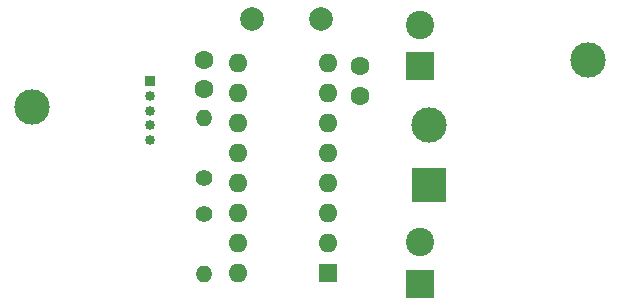
<source format=gbs>
G04 #@! TF.FileFunction,Soldermask,Bot*
%FSLAX46Y46*%
G04 Gerber Fmt 4.6, Leading zero omitted, Abs format (unit mm)*
G04 Created by KiCad (PCBNEW 4.0.7) date 07/04/19 18:57:09*
%MOMM*%
%LPD*%
G01*
G04 APERTURE LIST*
%ADD10C,0.100000*%
%ADD11C,3.000000*%
%ADD12C,1.400000*%
%ADD13O,1.400000X1.400000*%
%ADD14C,1.600000*%
%ADD15R,1.600000X1.600000*%
%ADD16O,1.600000X1.600000*%
%ADD17R,2.400000X2.400000*%
%ADD18C,2.400000*%
%ADD19R,0.850000X0.850000*%
%ADD20C,0.850000*%
%ADD21C,2.000000*%
%ADD22R,3.000000X3.000000*%
G04 APERTURE END LIST*
D10*
D11*
X222998000Y-55365000D03*
X175998000Y-59365000D03*
D12*
X190498000Y-68365000D03*
D13*
X190498000Y-73445000D03*
D12*
X190498000Y-65365000D03*
D13*
X190498000Y-60285000D03*
D14*
X203708000Y-55880000D03*
X203708000Y-58380000D03*
X190498000Y-55365000D03*
X190498000Y-57865000D03*
D15*
X200998000Y-73365000D03*
D16*
X193378000Y-55585000D03*
X200998000Y-70825000D03*
X193378000Y-58125000D03*
X200998000Y-68285000D03*
X193378000Y-60665000D03*
X200998000Y-65745000D03*
X193378000Y-63205000D03*
X200998000Y-63205000D03*
X193378000Y-65745000D03*
X200998000Y-60665000D03*
X193378000Y-68285000D03*
X200998000Y-58125000D03*
X193378000Y-70825000D03*
X200998000Y-55585000D03*
X193378000Y-73365000D03*
D17*
X208788000Y-55880000D03*
D18*
X208788000Y-52380000D03*
D19*
X185928000Y-57150000D03*
D20*
X185928000Y-58400000D03*
X185928000Y-59650000D03*
X185928000Y-60900000D03*
X185928000Y-62150000D03*
D21*
X194598000Y-51865000D03*
X200398000Y-51865000D03*
D17*
X208788000Y-74295000D03*
D18*
X208788000Y-70795000D03*
D22*
X209550000Y-65913000D03*
D11*
X209550000Y-60833000D03*
M02*

</source>
